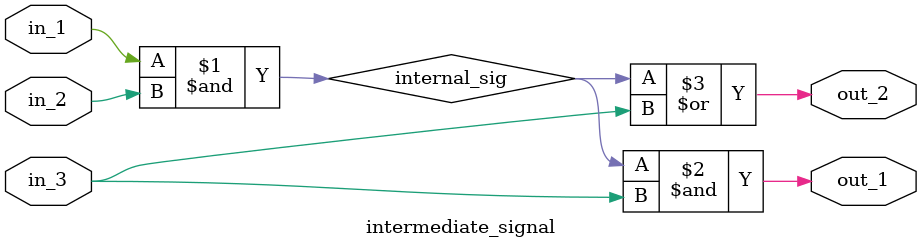
<source format=sv>

module intermediate_signal (
        // Inputs
        input logic in_1,
        input logic in_2,
        input logic in_3,

        // Outputs
        output logic out_1,
        output logic out_2
);
// -------------------------------

logic internal_sig;

assign internal_sig = in_1 & in_2;

assign out_1 = internal_sig & in_3;
assign out_2 = internal_sig | in_3;

endmodule


</source>
